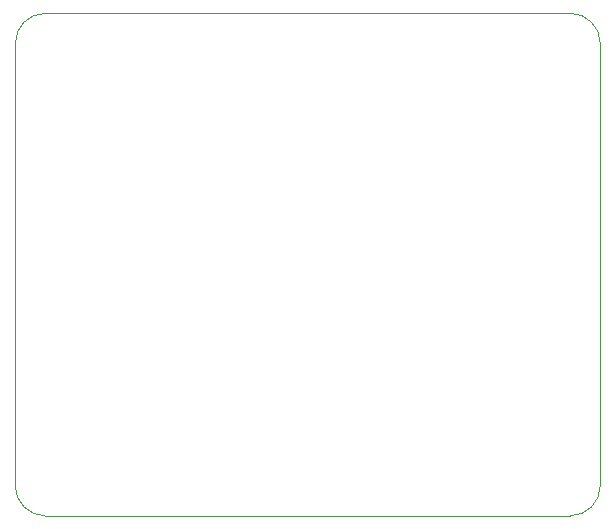
<source format=gbr>
%FSLAX46Y46*%
G04 Gerber Fmt 4.6, Leading zero omitted, Abs format (unit mm)*
G04 Created by KiCad (PCBNEW (2014-09-22 BZR 5144)-product) date Sun 26 Oct 2014 02:54:13 PM CET*
%MOMM*%
G01*
G04 APERTURE LIST*
%ADD10C,0.100000*%
G04 APERTURE END LIST*
D10*
X154940000Y-56515000D02*
X154940000Y-93980000D01*
X204470000Y-56515000D02*
X204470000Y-93980000D01*
X201930000Y-96520000D02*
X157480000Y-96520000D01*
X157480000Y-53975000D02*
X201930000Y-53975000D01*
X157480000Y-53975000D02*
G75*
G03X154940000Y-56515000I0J-2540000D01*
G74*
G01*
X154940000Y-93980000D02*
G75*
G03X157480000Y-96520000I2540000J0D01*
G74*
G01*
X201930000Y-96520000D02*
G75*
G03X204470000Y-93980000I0J2540000D01*
G74*
G01*
X204470000Y-56515000D02*
G75*
G03X201930000Y-53975000I-2540000J0D01*
G74*
G01*
M02*

</source>
